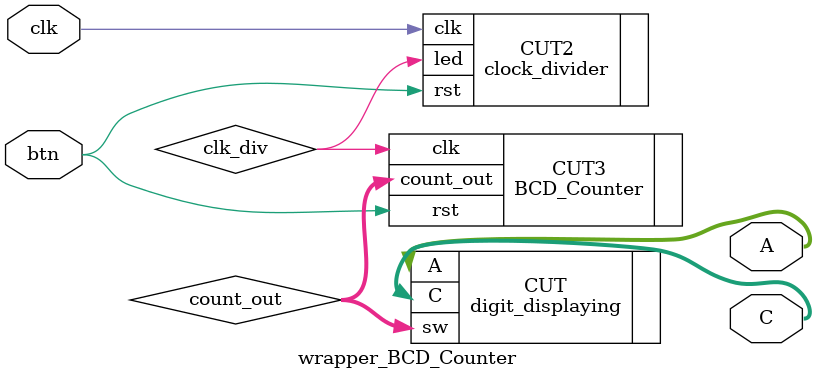
<source format=v>
`timescale 1ns / 1ps


module wrapper_BCD_Counter(

input clk, btn,
output [6:0]C,
output [3:0]A

    );
    
    wire [3:0]count_out;
    
    digit_displaying CUT(
    
    .sw(count_out),
    .C(C),
    .A(A)
    
    );
    
    wire clk_div;
    
    clock_divider CUT2(
    
    .clk(clk),
    .led(clk_div),
    .rst(btn)
    
    );
    
    BCD_Counter CUT3(
    
    .clk(clk_div),
    .count_out(count_out),
    .rst(btn)
    
    );
    
endmodule

</source>
